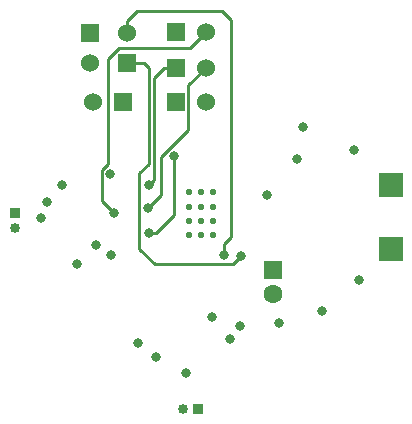
<source format=gbr>
%TF.GenerationSoftware,KiCad,Pcbnew,7.0.7*%
%TF.CreationDate,2024-10-24T16:02:22-07:00*%
%TF.ProjectId,PowerBoard_rev1.1,506f7765-7242-46f6-9172-645f72657631,rev?*%
%TF.SameCoordinates,Original*%
%TF.FileFunction,Copper,L4,Bot*%
%TF.FilePolarity,Positive*%
%FSLAX46Y46*%
G04 Gerber Fmt 4.6, Leading zero omitted, Abs format (unit mm)*
G04 Created by KiCad (PCBNEW 7.0.7) date 2024-10-24 16:02:22*
%MOMM*%
%LPD*%
G01*
G04 APERTURE LIST*
%TA.AperFunction,ComponentPad*%
%ADD10R,1.600000X1.600000*%
%TD*%
%TA.AperFunction,ComponentPad*%
%ADD11C,1.600000*%
%TD*%
%TA.AperFunction,ComponentPad*%
%ADD12R,1.530000X1.530000*%
%TD*%
%TA.AperFunction,ComponentPad*%
%ADD13C,1.530000*%
%TD*%
%TA.AperFunction,ComponentPad*%
%ADD14C,0.550000*%
%TD*%
%TA.AperFunction,ComponentPad*%
%ADD15R,0.850000X0.850000*%
%TD*%
%TA.AperFunction,ComponentPad*%
%ADD16C,0.850000*%
%TD*%
%TA.AperFunction,ComponentPad*%
%ADD17R,2.000000X2.000000*%
%TD*%
%TA.AperFunction,ViaPad*%
%ADD18C,0.800000*%
%TD*%
%TA.AperFunction,Conductor*%
%ADD19C,0.250000*%
%TD*%
G04 APERTURE END LIST*
D10*
%TO.P,C2,1*%
%TO.N,+BATT*%
X149250400Y-80721200D03*
D11*
%TO.P,C2,2*%
%TO.N,GND*%
X149250400Y-82721200D03*
%TD*%
D12*
%TO.P,J1,01,01*%
%TO.N,Net-(U1-BOUT1)*%
X140958500Y-60553600D03*
D13*
%TO.P,J1,02,02*%
%TO.N,Net-(U1-BOUT2)*%
X143498500Y-60553600D03*
%TD*%
D12*
%TO.P,J6,01,01*%
%TO.N,DRV_FAULT*%
X133745700Y-60608900D03*
D13*
%TO.P,J6,02,02*%
%TO.N,DRV_SLEEP*%
X133745700Y-63148900D03*
%TD*%
D14*
%TO.P,U1,18_1*%
%TO.N,N/C*%
X142119600Y-74117200D03*
%TO.P,U1,18_2*%
X142119600Y-75317200D03*
%TO.P,U1,18_3*%
X142119600Y-76517200D03*
%TO.P,U1,18_4*%
X142119600Y-77717200D03*
%TO.P,U1,18_5*%
X143119600Y-74117200D03*
%TO.P,U1,18_6*%
X143119600Y-75317200D03*
%TO.P,U1,18_7*%
X143119600Y-76517200D03*
%TO.P,U1,18_8*%
X143119600Y-77717200D03*
%TO.P,U1,18_9*%
X144119600Y-74117200D03*
%TO.P,U1,18_10*%
X144119600Y-75317200D03*
%TO.P,U1,18_11*%
X144119600Y-76517200D03*
%TO.P,U1,18_12*%
X144119600Y-77717200D03*
%TD*%
D12*
%TO.P,J4,01,01*%
%TO.N,MOTOR1_AIN2*%
X136550400Y-66446400D03*
D13*
%TO.P,J4,02,02*%
%TO.N,MOTOR1_AIN1*%
X134010400Y-66446400D03*
%TD*%
D12*
%TO.P,J2,01,01*%
%TO.N,Net-(U1-AOUT1)*%
X140958500Y-63550800D03*
D13*
%TO.P,J2,02,02*%
%TO.N,Net-(U1-AOUT2)*%
X143498500Y-63550800D03*
%TD*%
D12*
%TO.P,J3,01,01*%
%TO.N,GND*%
X140965700Y-66486400D03*
D13*
%TO.P,J3,02,02*%
%TO.N,VDC*%
X143505700Y-66486400D03*
%TD*%
D12*
%TO.P,J5,01,01*%
%TO.N,MOTOR2_BIN2*%
X136855700Y-63163900D03*
D13*
%TO.P,J5,02,02*%
%TO.N,MOTOR2_BIN1*%
X136855700Y-60623900D03*
%TD*%
D15*
%TO.P,J8,1,1*%
%TO.N,+BATT*%
X127355600Y-75844400D03*
D16*
%TO.P,J8,2,2*%
%TO.N,GND*%
X127355600Y-77094400D03*
%TD*%
D17*
%TO.P,TP6,1,1*%
%TO.N,Net-(D12-K)*%
X159207200Y-78892400D03*
%TD*%
D15*
%TO.P,J7,1,1*%
%TO.N,+BATT*%
X142864999Y-92448800D03*
D16*
%TO.P,J7,2,2*%
%TO.N,GND*%
X141614999Y-92448800D03*
%TD*%
D17*
%TO.P,TP5,1,1*%
%TO.N,Net-(D11-K)*%
X159207200Y-73507600D03*
%TD*%
D18*
%TO.N,GND*%
X148691600Y-74371200D03*
X137769600Y-86868000D03*
X145592800Y-86563200D03*
X149758400Y-85140800D03*
X151231600Y-71323200D03*
X141884400Y-89408000D03*
X156464000Y-81534000D03*
X129590800Y-76301600D03*
X135534400Y-79451200D03*
X146405600Y-85445600D03*
X135432800Y-72542400D03*
X132588000Y-80162400D03*
X131368800Y-73507600D03*
%TO.N,MOTOR2_BIN2*%
X146507200Y-79502000D03*
%TO.N,MOTOR2_BIN1*%
X145084800Y-79451200D03*
%TO.N,VCC*%
X151739600Y-68580000D03*
X139344400Y-88087200D03*
X144018000Y-84632800D03*
X130048000Y-74930000D03*
X153365200Y-84124800D03*
X156057600Y-70510400D03*
X134213600Y-78536800D03*
%TO.N,Net-(U1-BOUT1)*%
X140817600Y-71069200D03*
X138734800Y-77571600D03*
%TO.N,Net-(U1-BOUT2)*%
X135737600Y-75844400D03*
%TO.N,Net-(U1-AOUT1)*%
X138709400Y-73482200D03*
%TO.N,Net-(U1-AOUT2)*%
X138632700Y-75431900D03*
%TD*%
D19*
%TO.N,MOTOR2_BIN2*%
X139205800Y-80176200D02*
X145833000Y-80176200D01*
X138684000Y-71678800D02*
X137908200Y-72454600D01*
X138297100Y-63163900D02*
X138684000Y-63550800D01*
X137908200Y-72454600D02*
X137908200Y-78878600D01*
X137908200Y-78878600D02*
X139205800Y-80176200D01*
X145833000Y-80176200D02*
X146507200Y-79502000D01*
X136855700Y-63163900D02*
X138297100Y-63163900D01*
X138684000Y-63550800D02*
X138684000Y-71678800D01*
%TO.N,MOTOR2_BIN1*%
X136855700Y-59587900D02*
X136855700Y-60623900D01*
X145084800Y-79451200D02*
X145084800Y-78486000D01*
X145084800Y-78486000D02*
X145643600Y-77927200D01*
X144932400Y-58775600D02*
X137668000Y-58775600D01*
X145643600Y-59486800D02*
X144932400Y-58775600D01*
X145643600Y-77927200D02*
X145643600Y-59486800D01*
X137668000Y-58775600D02*
X136855700Y-59587900D01*
%TO.N,Net-(U1-BOUT1)*%
X140817600Y-76047600D02*
X139293600Y-77571600D01*
X140817600Y-71069200D02*
X140817600Y-76047600D01*
X139293600Y-77571600D02*
X138734800Y-77571600D01*
%TO.N,Net-(U1-BOUT2)*%
X134707800Y-74814600D02*
X134707800Y-72242095D01*
X135229600Y-62788800D02*
X136144000Y-61874400D01*
X136144000Y-61874400D02*
X142177700Y-61874400D01*
X142177700Y-61874400D02*
X143498500Y-60553600D01*
X135229600Y-71720295D02*
X135229600Y-62788800D01*
X135737600Y-75844400D02*
X134707800Y-74814600D01*
X134707800Y-72242095D02*
X135229600Y-71720295D01*
%TO.N,Net-(U1-AOUT1)*%
X139134000Y-64421600D02*
X140004800Y-63550800D01*
X139134000Y-73057600D02*
X139134000Y-64421600D01*
X138709400Y-73482200D02*
X139134000Y-73057600D01*
X140004800Y-63550800D02*
X140958500Y-63550800D01*
%TO.N,Net-(U1-AOUT2)*%
X143498500Y-63550800D02*
X142055700Y-64993600D01*
X142055700Y-64993600D02*
X142055700Y-68805795D01*
X142055700Y-68805795D02*
X139743600Y-71117895D01*
X139743600Y-74321000D02*
X138632700Y-75431900D01*
X139743600Y-71117895D02*
X139743600Y-74321000D01*
%TD*%
M02*

</source>
